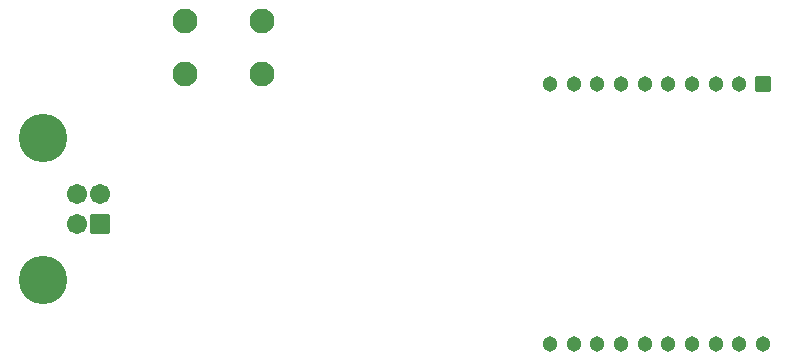
<source format=gbr>
G04 #@! TF.GenerationSoftware,KiCad,Pcbnew,6.0.9-8da3e8f707~117~ubuntu20.04.1*
G04 #@! TF.CreationDate,2022-12-12T10:08:11+01:00*
G04 #@! TF.ProjectId,Adaptateur,41646170-7461-4746-9575-722e6b696361,rev?*
G04 #@! TF.SameCoordinates,Original*
G04 #@! TF.FileFunction,Soldermask,Bot*
G04 #@! TF.FilePolarity,Negative*
%FSLAX46Y46*%
G04 Gerber Fmt 4.6, Leading zero omitted, Abs format (unit mm)*
G04 Created by KiCad (PCBNEW 6.0.9-8da3e8f707~117~ubuntu20.04.1) date 2022-12-12 10:08:11*
%MOMM*%
%LPD*%
G01*
G04 APERTURE LIST*
G04 Aperture macros list*
%AMRoundRect*
0 Rectangle with rounded corners*
0 $1 Rounding radius*
0 $2 $3 $4 $5 $6 $7 $8 $9 X,Y pos of 4 corners*
0 Add a 4 corners polygon primitive as box body*
4,1,4,$2,$3,$4,$5,$6,$7,$8,$9,$2,$3,0*
0 Add four circle primitives for the rounded corners*
1,1,$1+$1,$2,$3*
1,1,$1+$1,$4,$5*
1,1,$1+$1,$6,$7*
1,1,$1+$1,$8,$9*
0 Add four rect primitives between the rounded corners*
20,1,$1+$1,$2,$3,$4,$5,0*
20,1,$1+$1,$4,$5,$6,$7,0*
20,1,$1+$1,$6,$7,$8,$9,0*
20,1,$1+$1,$8,$9,$2,$3,0*%
G04 Aperture macros list end*
%ADD10RoundRect,0.051000X-0.800000X0.800000X-0.800000X-0.800000X0.800000X-0.800000X0.800000X0.800000X0*%
%ADD11C,1.702000*%
%ADD12C,4.102000*%
%ADD13C,2.102000*%
%ADD14RoundRect,0.051000X-0.600000X0.600000X-0.600000X-0.600000X0.600000X-0.600000X0.600000X0.600000X0*%
%ADD15C,1.302000*%
G04 APERTURE END LIST*
D10*
X68000000Y-92000000D03*
D11*
X68000000Y-89500000D03*
X66000000Y-89500000D03*
X66000000Y-92000000D03*
D12*
X63140000Y-84750000D03*
X63140000Y-96750000D03*
D13*
X75165000Y-74825000D03*
X81665000Y-74825000D03*
X81665000Y-79325000D03*
X75165000Y-79325000D03*
D14*
X124080000Y-80140000D03*
D15*
X122080000Y-80140000D03*
X120080000Y-80140000D03*
X118080000Y-80140000D03*
X116080000Y-80140000D03*
X114080000Y-80140000D03*
X112080000Y-80140000D03*
X110080000Y-80140000D03*
X108080000Y-80140000D03*
X106080000Y-80140000D03*
X106080000Y-102140000D03*
X108080000Y-102140000D03*
X110080000Y-102140000D03*
X112080000Y-102140000D03*
X114080000Y-102140000D03*
X116080000Y-102140000D03*
X118080000Y-102140000D03*
X120080000Y-102140000D03*
X122080000Y-102140000D03*
X124080000Y-102140000D03*
M02*

</source>
